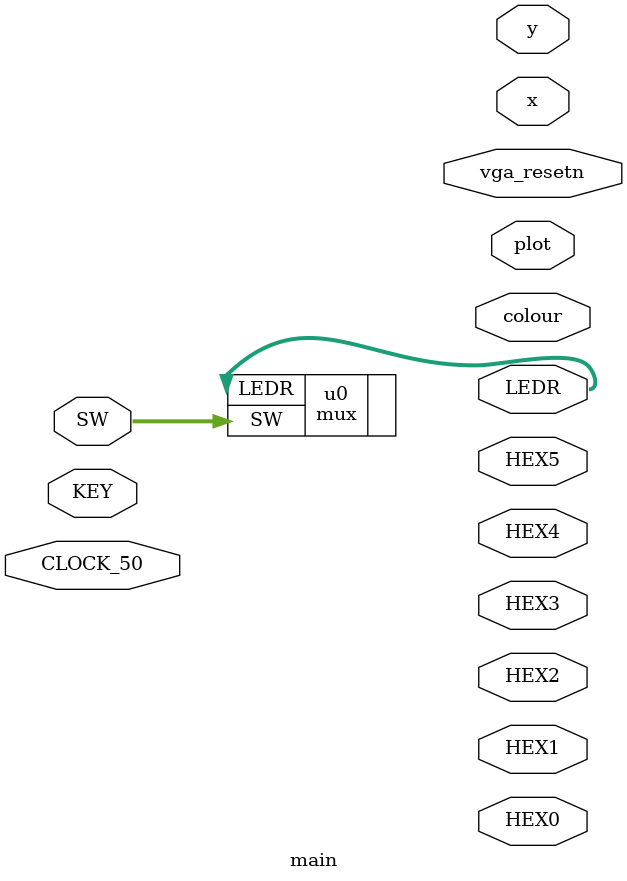
<source format=v>
`timescale 1ns / 1ps
`default_nettype none

module main	(
	input wire CLOCK_50,            //On Board 50 MHz
	input wire [9:0] SW,            // On board Switches
	input wire [3:0] KEY,           // On board push buttons
	output wire [6:0] HEX0,         // HEX displays
	output wire [6:0] HEX1,         
	output wire [6:0] HEX2,         
	output wire [6:0] HEX3,         
	output wire [6:0] HEX4,         
	output wire [6:0] HEX5,         
	output wire [9:0] LEDR,         // LEDs
	output wire [7:0] x,            // VGA pixel coordinates
	output wire [6:0] y,
	output wire [2:0] colour,       // VGA pixel colour (0-7)
	output wire plot,               // Pixel drawn when this is pulsed
	output wire vga_resetn          // VGA resets to black when this is pulsed (NOT CURRENTLY AVAILABLE)
);    

	mux u0(
		.LEDR(LEDR), 
		.SW(SW)
	);
	
endmodule
</source>
